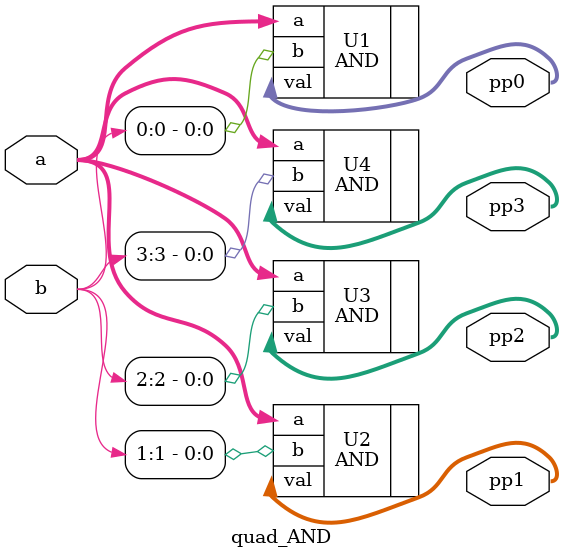
<source format=v>
`timescale 1ns / 1ps


module quad_AND(input [3:0] a, input [3:0] b, output [3:0] pp0, output [3:0] pp1, output [3:0] pp2, output [3:0] pp3 );
AND U1 (.a(a), .b(b[0]), .val(pp0));
AND U2 (.a(a), .b(b[1]), .val(pp1));
AND U3 (.a(a), .b(b[2]), .val(pp2));
AND U4 (.a(a), .b(b[3]), .val(pp3));
endmodule

</source>
